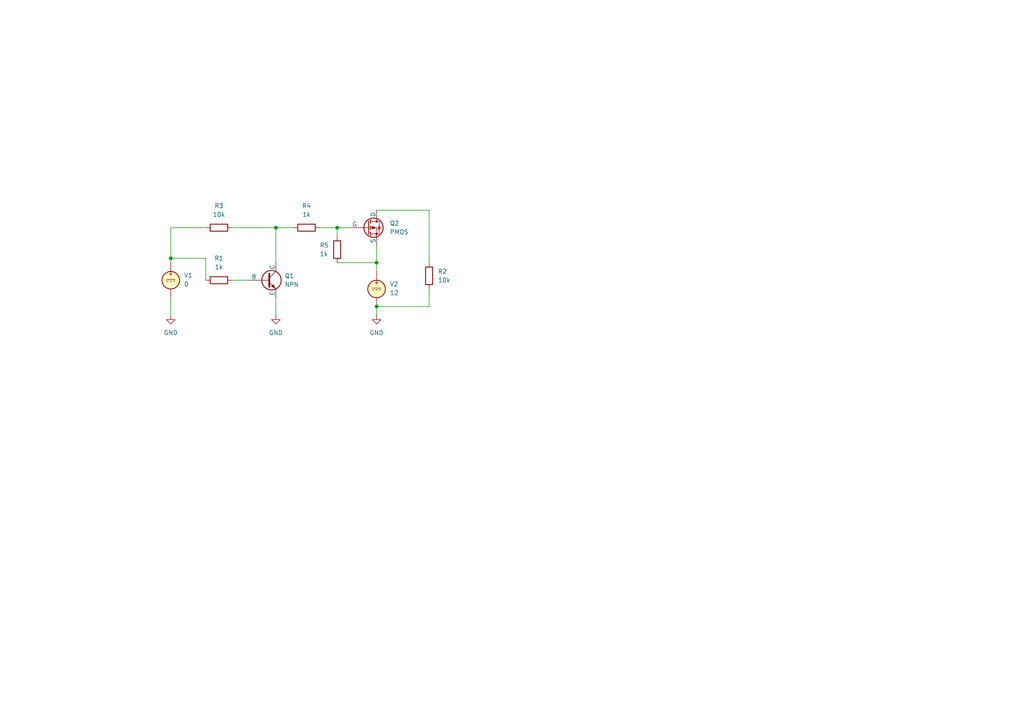
<source format=kicad_sch>
(kicad_sch (version 20241209) (generator "eeschema") (generator_version "9.0")
  (paper "A4")
  (lib_symbols
    (symbol "Device:R" (pin_numbers (hide yes)) (pin_names (offset 0))
      (property "Reference" "R" (at 2.032 0 90))
      (property "Value" "R" (at 0 0 90))
      (symbol "R_0_1"
        (rectangle (start -1.016 -2.54) (end 1.016 2.54) (stroke (width 0.254)))
      )
      (symbol "R_1_1"
        (pin passive line (at 0 3.81 270) (length 1.27) (name "~") (number "1"))
        (pin passive line (at 0 -3.81 90) (length 1.27) (name "~") (number "2"))
      )
    )
    (symbol "Simulation_SPICE:NPN" (pin_numbers (hide yes)) (pin_names (offset 0))
      (property "Reference" "Q" (at -2.54 7.62 0))
      (property "Value" "NPN" (at -2.54 5.08 0))
      (symbol "NPN_0_1"
        (polyline (pts (xy -2.54 0) (xy 0.635 0)) (stroke (width 0.1524)))
        (polyline (pts (xy 0.635 1.905) (xy 0.635 -1.905) (xy 0.635 -1.905)) (stroke (width 0.508)))
        (polyline (pts (xy 0.635 0.635) (xy 2.54 2.54)))
        (polyline (pts (xy 0.635 -0.635) (xy 2.54 -2.54) (xy 2.54 -2.54)))
        (circle (center 1.27 0) (radius 2.8194) (stroke (width 0.254)))
        (polyline (pts (xy 1.27 -1.778) (xy 1.778 -1.27) (xy 2.286 -2.286) (xy 1.27 -1.778) (xy 1.27 -1.778)) (fill (type outline)))
        (polyline (pts (xy 2.794 -1.27) (xy 2.794 -1.27)) (stroke (width 0.1524)))
        (polyline (pts (xy 2.794 -1.27) (xy 2.794 -1.27)) (stroke (width 0.1524)))
      )
      (symbol "NPN_1_1"
        (pin input line (at -5.08 0 0) (length 2.54) (name "B") (number "2"))
        (pin open_collector line (at 2.54 5.08 270) (length 2.54) (name "C") (number "1"))
        (pin open_emitter line (at 2.54 -5.08 90) (length 2.54) (name "E") (number "3"))
      )
    )
    (symbol "Simulation_SPICE:PMOS" (pin_numbers (hide yes)) (pin_names (offset 0))
      (property "Reference" "Q" (at 5.08 1.27 0))
      (property "Value" "PMOS" (at 5.08 -1.27 0))
      (symbol "PMOS_0_1"
        (polyline (pts (xy 0.254 1.905) (xy 0.254 -1.905)) (stroke (width 0.254)))
        (polyline (pts (xy 0.254 0) (xy -2.54 0)))
        (polyline (pts (xy 0.762 2.286) (xy 0.762 1.27)) (stroke (width 0.254)))
        (polyline (pts (xy 0.762 1.778) (xy 3.302 1.778) (xy 3.302 -1.778) (xy 0.762 -1.778)))
        (polyline (pts (xy 0.762 0.508) (xy 0.762 -0.508)) (stroke (width 0.254)))
        (polyline (pts (xy 0.762 -1.27) (xy 0.762 -2.286)) (stroke (width 0.254)))
        (circle (center 1.651 0) (radius 2.794) (stroke (width 0.254)))
        (polyline (pts (xy 2.286 0) (xy 1.27 0.381) (xy 1.27 -0.381) (xy 2.286 0)) (fill (type outline)))
        (polyline (pts (xy 2.54 2.54) (xy 2.54 1.778)))
        (circle (center 2.54 1.778) (radius 0.254) (fill (type outline)))
        (circle (center 2.54 -1.778) (radius 0.254) (fill (type outline)))
        (polyline (pts (xy 2.54 -2.54) (xy 2.54 0) (xy 0.762 0)))
        (polyline (pts (xy 2.794 -0.508) (xy 2.921 -0.381) (xy 3.683 -0.381) (xy 3.81 -0.254)))
        (polyline (pts (xy 3.302 -0.381) (xy 2.921 0.254) (xy 3.683 0.254) (xy 3.302 -0.381)))
      )
      (symbol "PMOS_1_1"
        (pin input line (at -5.08 0 0) (length 2.54) (name "G") (number "2"))
        (pin passive line (at 2.54 5.08 270) (length 2.54) (name "D") (number "1"))
        (pin passive line (at 2.54 -5.08 90) (length 2.54) (name "S") (number "3"))
      )
    )
    (symbol "Simulation_SPICE:VDC" (pin_numbers (hide yes)) (pin_names (offset 0.0254))
      (property "Reference" "V" (at 2.54 2.54 0))
      (property "Value" "1" (at 2.54 0 0))
      (symbol "VDC_0_0"
        (polyline (pts (xy -1.27 0.254) (xy 1.27 0.254)))
        (polyline (pts (xy -0.762 -0.254) (xy -1.27 -0.254)))
        (polyline (pts (xy 0.254 -0.254) (xy -0.254 -0.254)))
        (polyline (pts (xy 1.27 -0.254) (xy 0.762 -0.254)))
        (text "+" (at 0 1.905 0) (effects (font (size 1.27 1.27))))
      )
      (symbol "VDC_0_1"
        (circle (center 0 0) (radius 2.54) (stroke (width 0.254)) (fill (type background)))
      )
      (symbol "VDC_1_1"
        (pin passive line (at 0 5.08 270) (length 2.54) (name "~") (number "1"))
        (pin passive line (at 0 -5.08 90) (length 2.54) (name "~") (number "2"))
      )
    )
    (symbol "power:GND" (power) (pin_numbers (hide yes)) (pin_names (offset 0) (hide yes))
      (property "Value" "GND" (at 0 -3.81 0))
      (symbol "GND_0_1"
        (polyline (pts (xy 0 0) (xy 0 -1.27) (xy 1.27 -1.27) (xy 0 -2.54) (xy -1.27 -1.27) (xy 0 -1.27)))
      )
      (symbol "GND_1_1"
        (pin power_in line (at 0 0 270) (length 0) (name "~") (number "1"))
      )
    )
  )
  (junction (at 49.53 74.93))
  (junction (at 109.22 76.2))
  (junction (at 80.01 66.04))
  (junction (at 109.22 88.9))
  (junction (at 97.79 66.04))
  (wire (pts (xy 124.46 83.82) (xy 124.46 88.9)))
  (wire (pts (xy 67.31 66.04) (xy 80.01 66.04)))
  (wire (pts (xy 92.71 66.04) (xy 97.79 66.04)))
  (wire (pts (xy 59.69 66.04) (xy 49.53 66.04)))
  (wire (pts (xy 49.53 66.04) (xy 49.53 74.93)))
  (wire (pts (xy 49.53 91.44) (xy 49.53 86.36)))
  (wire (pts (xy 49.53 74.93) (xy 49.53 76.2)))
  (wire (pts (xy 97.79 76.2) (xy 109.22 76.2)))
  (wire (pts (xy 80.01 66.04) (xy 80.01 76.2)))
  (wire (pts (xy 97.79 68.58) (xy 97.79 66.04)))
  (wire (pts (xy 109.22 60.96) (xy 124.46 60.96)))
  (wire (pts (xy 80.01 66.04) (xy 85.09 66.04)))
  (wire (pts (xy 109.22 76.2) (xy 109.22 78.74)))
  (wire (pts (xy 124.46 88.9) (xy 109.22 88.9)))
  (wire (pts (xy 67.31 81.28) (xy 72.39 81.28)))
  (wire (pts (xy 97.79 66.04) (xy 101.6 66.04)))
  (wire (pts (xy 109.22 91.44) (xy 109.22 88.9)))
  (wire (pts (xy 80.01 91.44) (xy 80.01 86.36)))
  (wire (pts (xy 59.69 81.28) (xy 59.69 74.93)))
  (wire (pts (xy 109.22 71.12) (xy 109.22 76.2)))
  (wire (pts (xy 124.46 60.96) (xy 124.46 76.2)))
  (wire (pts (xy 59.69 74.93) (xy 49.53 74.93)))
  (symbol (lib_id "Device:R") (at 88.9 66.04 90) (unit 1)
    (property "Reference" "R4" (at 88.9 59.69 90))
    (property "Value" "1k" (at 88.9 62.23 90))
    (property "Description" "Resistor" (effects (hide yes)))
  )
  (symbol (lib_id "power:GND") (at 80.01 91.44 0) (unit 1)
    (property "Reference" "#PWR01" (effects (hide yes)))
    (property "Value" "GND" (at 80.01 96.52 0))
    (property "Description" "Power symbol creates a global label with name \"GND\" , ground" (effects (hide yes)))
  )
  (symbol (lib_id "power:GND") (at 49.53 91.44 0) (unit 1)
    (property "Reference" "#PWR02" (effects (hide yes)))
    (property "Value" "GND" (at 49.53 96.52 0))
    (property "Description" "Power symbol creates a global label with name \"GND\" , ground" (effects (hide yes)))
  )
  (symbol (lib_id "Simulation_SPICE:VDC") (at 109.22 83.82 0) (unit 1)
    (property "Reference" "V2" (at 113.03 82.4201 0) (effects (justify left)))
    (property "Value" "12" (at 113.03 84.9601 0) (effects (justify left)))
    (property "Datasheet" "https://ngspice.sourceforge.io/docs/ngspice-html-manual/manual.xhtml#sec_Independent_Sources_for" (effects (hide yes)))
    (property "Description" "Voltage source, DC" (effects (hide yes)))
    (property "Sim.Pins" "1=+ 2=-" (effects (hide yes)))
    (property "Sim.Type" "DC" (effects (hide yes)))
    (property "Sim.Device" "V" (effects (hide yes)))
  )
  (symbol (lib_id "Simulation_SPICE:VDC") (at 49.53 81.28 0) (unit 1)
    (property "Reference" "V1" (at 53.34 79.8801 0) (effects (justify left)))
    (property "Value" "0" (at 53.34 82.4201 0) (effects (justify left)))
    (property "Datasheet" "https://ngspice.sourceforge.io/docs/ngspice-html-manual/manual.xhtml#sec_Independent_Sources_for" (effects (hide yes)))
    (property "Description" "Voltage source, DC" (effects (hide yes)))
    (property "Sim.Pins" "1=+ 2=-" (effects (hide yes)))
    (property "Sim.Type" "DC" (effects (hide yes)))
    (property "Sim.Device" "V" (effects (hide yes)))
  )
  (symbol (lib_id "Device:R") (at 97.79 72.39 180) (unit 1)
    (property "Reference" "R5" (at 92.71 71.12 0) (effects (justify right)))
    (property "Value" "1k" (at 92.71 73.66 0) (effects (justify right)))
    (property "Description" "Resistor" (effects (hide yes)))
  )
  (symbol (lib_id "Simulation_SPICE:PMOS") (at 106.68 66.04 0) (unit 1)
    (property "Reference" "Q2" (at 113.03 64.7699 0) (effects (justify left)))
    (property "Value" "PMOS" (at 113.03 67.3099 0) (effects (justify left)))
    (property "Datasheet" "https://ngspice.sourceforge.io/docs/ngspice-html-manual/manual.xhtml#cha_MOSFETs" (effects (hide yes)))
    (property "Description" "P-MOSFET transistor, drain/source/gate" (effects (hide yes)))
    (property "Sim.Device" "PMOS" (effects (hide yes)))
    (property "Sim.Type" "VDMOS" (effects (hide yes)))
    (property "Sim.Pins" "1=D 2=G 3=S" (effects (hide yes)))
  )
  (symbol (lib_id "Device:R") (at 63.5 81.28 90) (unit 1)
    (property "Reference" "R1" (at 63.5 74.93 90))
    (property "Value" "1k" (at 63.5 77.47 90))
    (property "Description" "Resistor" (effects (hide yes)))
  )
  (symbol (lib_id "Device:R") (at 63.5 66.04 90) (unit 1)
    (property "Reference" "R3" (at 63.5 59.69 90))
    (property "Value" "10k" (at 63.5 62.23 90))
    (property "Description" "Resistor" (effects (hide yes)))
  )
  (symbol (lib_id "Simulation_SPICE:NPN") (at 77.47 81.28 0) (unit 1)
    (property "Reference" "Q1" (at 82.55 80.0099 0) (effects (justify left)))
    (property "Value" "NPN" (at 82.55 82.5499 0) (effects (justify left)))
    (property "Datasheet" "https://ngspice.sourceforge.io/docs/ngspice-html-manual/manual.xhtml#cha_BJTs" (effects (hide yes)))
    (property "Description" "Bipolar transistor symbol for simulation only, substrate tied to the emitter" (effects (hide yes)))
    (property "Sim.Device" "NPN" (effects (hide yes)))
    (property "Sim.Type" "GUMMELPOON" (effects (hide yes)))
    (property "Sim.Pins" "1=C 2=B 3=E" (effects (hide yes)))
  )
  (symbol (lib_id "power:GND") (at 109.22 91.44 0) (unit 1)
    (property "Reference" "#PWR03" (effects (hide yes)))
    (property "Value" "GND" (at 109.22 96.52 0))
    (property "Description" "Power symbol creates a global label with name \"GND\" , ground" (effects (hide yes)))
  )
  (symbol (lib_id "Device:R") (at 124.46 80.01 180) (unit 1)
    (property "Reference" "R2" (at 127 78.7399 0) (effects (justify right)))
    (property "Value" "10k" (at 127 81.2799 0) (effects (justify right)))
    (property "Description" "Resistor" (effects (hide yes)))
  )
)
</source>
